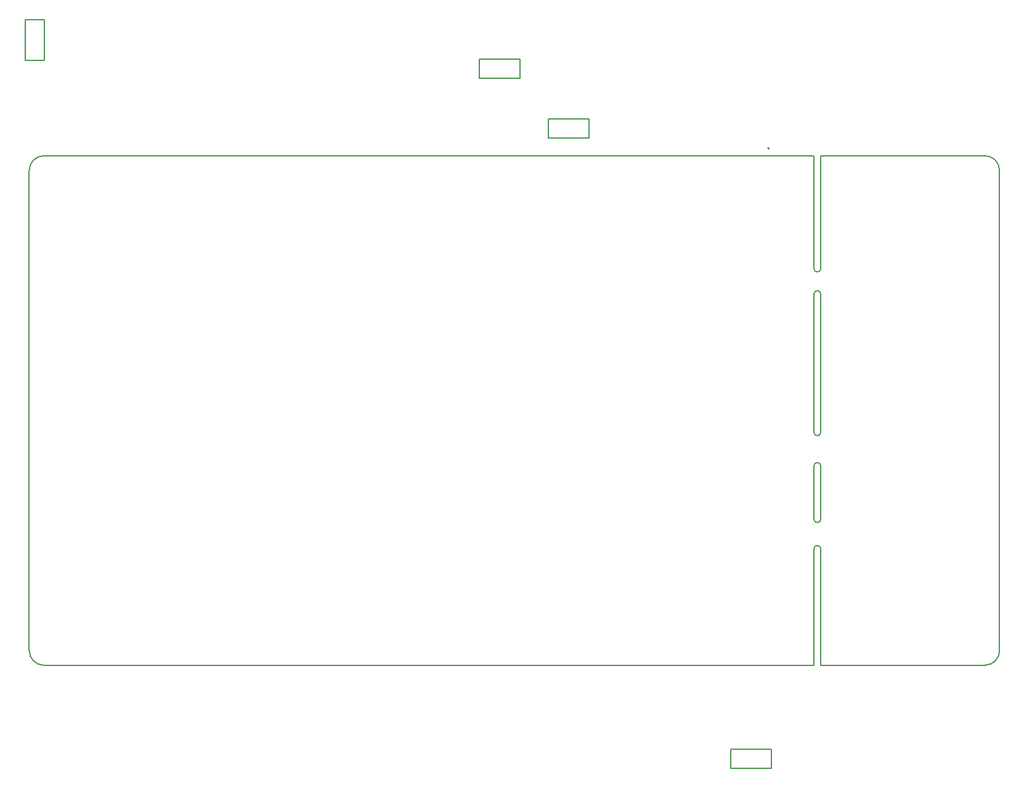
<source format=gbr>
G04*
G04 #@! TF.GenerationSoftware,Altium Limited,Altium Designer,23.0.1 (38)*
G04*
G04 Layer_Color=16711935*
%FSLAX25Y25*%
%MOIN*%
G70*
G04*
G04 #@! TF.SameCoordinates,96643D2F-BE8E-4E12-8B93-A60CB91944C5*
G04*
G04*
G04 #@! TF.FilePolarity,Positive*
G04*
G01*
G75*
%ADD12C,0.00787*%
%ADD13C,0.00500*%
D12*
X440913Y400390D02*
G03*
X440913Y400390I-394J0D01*
G01*
X305984Y438303D02*
Y448697D01*
X284016D02*
X305984D01*
X284016Y438303D02*
Y448697D01*
Y438303D02*
X305984D01*
X441984Y64803D02*
Y75197D01*
X420016D02*
X441984D01*
X420016Y64803D02*
Y75197D01*
Y64803D02*
X441984D01*
X321516Y405803D02*
Y416197D01*
Y405803D02*
X343484D01*
Y416197D01*
X321516D02*
X343484D01*
X38303Y469984D02*
X48697D01*
X38303Y448016D02*
Y469984D01*
Y448016D02*
X48697D01*
Y469984D01*
D13*
X48394Y396295D02*
G03*
X40520Y388421I0J-7874D01*
G01*
Y128579D02*
G03*
X48394Y120705I7874J0D01*
G01*
X557606D02*
G03*
X565480Y128579I0J7874D01*
G01*
Y388421D02*
G03*
X557606Y396295I-7874J0D01*
G01*
X468787Y183703D02*
G03*
X465087Y183703I-1850J-32D01*
G01*
Y199697D02*
G03*
X468787Y199697I1850J32D01*
G01*
Y228503D02*
G03*
X465087Y228503I-1850J-32D01*
G01*
Y246697D02*
G03*
X468787Y246697I1850J32D01*
G01*
Y321503D02*
G03*
X465087Y321503I-1850J-32D01*
G01*
Y335297D02*
G03*
X468787Y335297I1850J32D01*
G01*
X48394Y396295D02*
X465087D01*
X40520Y128579D02*
Y388421D01*
X48394Y120705D02*
X465087D01*
X468787D02*
X557606D01*
X565480Y128579D02*
Y388421D01*
X468787Y396295D02*
X557606D01*
X465087Y335300D02*
Y396295D01*
Y246700D02*
Y321500D01*
Y199700D02*
Y228500D01*
Y120705D02*
Y183700D01*
X468787Y335300D02*
Y396295D01*
Y246700D02*
Y321500D01*
Y199700D02*
Y228500D01*
Y120705D02*
Y183700D01*
M02*

</source>
